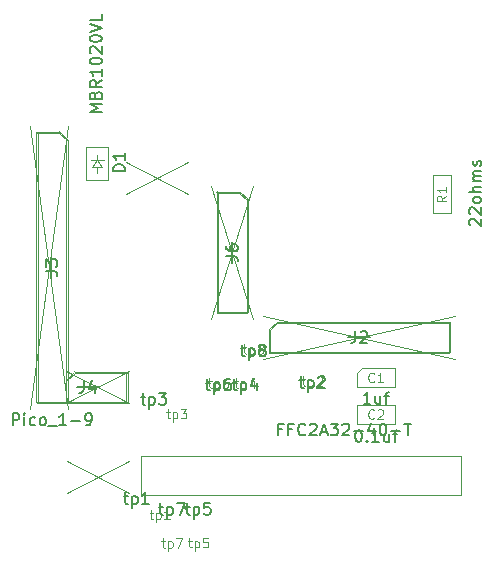
<source format=gbr>
%TF.GenerationSoftware,KiCad,Pcbnew,9.0.0*%
%TF.CreationDate,2025-04-29T11:42:51+01:00*%
%TF.ProjectId,uPicomac,75506963-6f6d-4616-932e-6b696361645f,rev?*%
%TF.SameCoordinates,Original*%
%TF.FileFunction,AssemblyDrawing,Top*%
%FSLAX46Y46*%
G04 Gerber Fmt 4.6, Leading zero omitted, Abs format (unit mm)*
G04 Created by KiCad (PCBNEW 9.0.0) date 2025-04-29 11:42:51*
%MOMM*%
%LPD*%
G01*
G04 APERTURE LIST*
%ADD10C,0.125000*%
%ADD11C,0.150000*%
%ADD12C,0.120000*%
%ADD13C,0.100000*%
%ADD14C,0.200000*%
G04 APERTURE END LIST*
D10*
X112004761Y-84172196D02*
X112309523Y-84172196D01*
X112119047Y-83905530D02*
X112119047Y-84591244D01*
X112119047Y-84591244D02*
X112157142Y-84667435D01*
X112157142Y-84667435D02*
X112233332Y-84705530D01*
X112233332Y-84705530D02*
X112309523Y-84705530D01*
X112576190Y-84172196D02*
X112576190Y-84972196D01*
X112576190Y-84210292D02*
X112652380Y-84172196D01*
X112652380Y-84172196D02*
X112804761Y-84172196D01*
X112804761Y-84172196D02*
X112880952Y-84210292D01*
X112880952Y-84210292D02*
X112919047Y-84248387D01*
X112919047Y-84248387D02*
X112957142Y-84324577D01*
X112957142Y-84324577D02*
X112957142Y-84553149D01*
X112957142Y-84553149D02*
X112919047Y-84629339D01*
X112919047Y-84629339D02*
X112880952Y-84667435D01*
X112880952Y-84667435D02*
X112804761Y-84705530D01*
X112804761Y-84705530D02*
X112652380Y-84705530D01*
X112652380Y-84705530D02*
X112576190Y-84667435D01*
X113223809Y-83905530D02*
X113757143Y-83905530D01*
X113757143Y-83905530D02*
X113414285Y-84705530D01*
D11*
X111780952Y-81258152D02*
X112161904Y-81258152D01*
X111923809Y-80924819D02*
X111923809Y-81781961D01*
X111923809Y-81781961D02*
X111971428Y-81877200D01*
X111971428Y-81877200D02*
X112066666Y-81924819D01*
X112066666Y-81924819D02*
X112161904Y-81924819D01*
X112495238Y-81258152D02*
X112495238Y-82258152D01*
X112495238Y-81305771D02*
X112590476Y-81258152D01*
X112590476Y-81258152D02*
X112780952Y-81258152D01*
X112780952Y-81258152D02*
X112876190Y-81305771D01*
X112876190Y-81305771D02*
X112923809Y-81353390D01*
X112923809Y-81353390D02*
X112971428Y-81448628D01*
X112971428Y-81448628D02*
X112971428Y-81734342D01*
X112971428Y-81734342D02*
X112923809Y-81829580D01*
X112923809Y-81829580D02*
X112876190Y-81877200D01*
X112876190Y-81877200D02*
X112780952Y-81924819D01*
X112780952Y-81924819D02*
X112590476Y-81924819D01*
X112590476Y-81924819D02*
X112495238Y-81877200D01*
X113304762Y-80924819D02*
X113971428Y-80924819D01*
X113971428Y-80924819D02*
X113542857Y-81924819D01*
D10*
X112404761Y-73230261D02*
X112709523Y-73230261D01*
X112519047Y-72963595D02*
X112519047Y-73649309D01*
X112519047Y-73649309D02*
X112557142Y-73725500D01*
X112557142Y-73725500D02*
X112633332Y-73763595D01*
X112633332Y-73763595D02*
X112709523Y-73763595D01*
X112976190Y-73230261D02*
X112976190Y-74030261D01*
X112976190Y-73268357D02*
X113052380Y-73230261D01*
X113052380Y-73230261D02*
X113204761Y-73230261D01*
X113204761Y-73230261D02*
X113280952Y-73268357D01*
X113280952Y-73268357D02*
X113319047Y-73306452D01*
X113319047Y-73306452D02*
X113357142Y-73382642D01*
X113357142Y-73382642D02*
X113357142Y-73611214D01*
X113357142Y-73611214D02*
X113319047Y-73687404D01*
X113319047Y-73687404D02*
X113280952Y-73725500D01*
X113280952Y-73725500D02*
X113204761Y-73763595D01*
X113204761Y-73763595D02*
X113052380Y-73763595D01*
X113052380Y-73763595D02*
X112976190Y-73725500D01*
X113623809Y-72963595D02*
X114119047Y-72963595D01*
X114119047Y-72963595D02*
X113852381Y-73268357D01*
X113852381Y-73268357D02*
X113966666Y-73268357D01*
X113966666Y-73268357D02*
X114042857Y-73306452D01*
X114042857Y-73306452D02*
X114080952Y-73344547D01*
X114080952Y-73344547D02*
X114119047Y-73420738D01*
X114119047Y-73420738D02*
X114119047Y-73611214D01*
X114119047Y-73611214D02*
X114080952Y-73687404D01*
X114080952Y-73687404D02*
X114042857Y-73725500D01*
X114042857Y-73725500D02*
X113966666Y-73763595D01*
X113966666Y-73763595D02*
X113738095Y-73763595D01*
X113738095Y-73763595D02*
X113661904Y-73725500D01*
X113661904Y-73725500D02*
X113623809Y-73687404D01*
D11*
X110264225Y-71925498D02*
X110645177Y-71925498D01*
X110407082Y-71592165D02*
X110407082Y-72449307D01*
X110407082Y-72449307D02*
X110454701Y-72544546D01*
X110454701Y-72544546D02*
X110549939Y-72592165D01*
X110549939Y-72592165D02*
X110645177Y-72592165D01*
X110978511Y-71925498D02*
X110978511Y-72925498D01*
X110978511Y-71973117D02*
X111073749Y-71925498D01*
X111073749Y-71925498D02*
X111264225Y-71925498D01*
X111264225Y-71925498D02*
X111359463Y-71973117D01*
X111359463Y-71973117D02*
X111407082Y-72020736D01*
X111407082Y-72020736D02*
X111454701Y-72115974D01*
X111454701Y-72115974D02*
X111454701Y-72401688D01*
X111454701Y-72401688D02*
X111407082Y-72496926D01*
X111407082Y-72496926D02*
X111359463Y-72544546D01*
X111359463Y-72544546D02*
X111264225Y-72592165D01*
X111264225Y-72592165D02*
X111073749Y-72592165D01*
X111073749Y-72592165D02*
X110978511Y-72544546D01*
X111788035Y-71592165D02*
X112407082Y-71592165D01*
X112407082Y-71592165D02*
X112073749Y-71973117D01*
X112073749Y-71973117D02*
X112216606Y-71973117D01*
X112216606Y-71973117D02*
X112311844Y-72020736D01*
X112311844Y-72020736D02*
X112359463Y-72068355D01*
X112359463Y-72068355D02*
X112407082Y-72163593D01*
X112407082Y-72163593D02*
X112407082Y-72401688D01*
X112407082Y-72401688D02*
X112359463Y-72496926D01*
X112359463Y-72496926D02*
X112311844Y-72544546D01*
X112311844Y-72544546D02*
X112216606Y-72592165D01*
X112216606Y-72592165D02*
X111930892Y-72592165D01*
X111930892Y-72592165D02*
X111835654Y-72544546D01*
X111835654Y-72544546D02*
X111788035Y-72496926D01*
D10*
X114251491Y-84152359D02*
X114556253Y-84152359D01*
X114365777Y-83885693D02*
X114365777Y-84571407D01*
X114365777Y-84571407D02*
X114403872Y-84647598D01*
X114403872Y-84647598D02*
X114480062Y-84685693D01*
X114480062Y-84685693D02*
X114556253Y-84685693D01*
X114822920Y-84152359D02*
X114822920Y-84952359D01*
X114822920Y-84190455D02*
X114899110Y-84152359D01*
X114899110Y-84152359D02*
X115051491Y-84152359D01*
X115051491Y-84152359D02*
X115127682Y-84190455D01*
X115127682Y-84190455D02*
X115165777Y-84228550D01*
X115165777Y-84228550D02*
X115203872Y-84304740D01*
X115203872Y-84304740D02*
X115203872Y-84533312D01*
X115203872Y-84533312D02*
X115165777Y-84609502D01*
X115165777Y-84609502D02*
X115127682Y-84647598D01*
X115127682Y-84647598D02*
X115051491Y-84685693D01*
X115051491Y-84685693D02*
X114899110Y-84685693D01*
X114899110Y-84685693D02*
X114822920Y-84647598D01*
X115927682Y-83885693D02*
X115546730Y-83885693D01*
X115546730Y-83885693D02*
X115508634Y-84266645D01*
X115508634Y-84266645D02*
X115546730Y-84228550D01*
X115546730Y-84228550D02*
X115622920Y-84190455D01*
X115622920Y-84190455D02*
X115813396Y-84190455D01*
X115813396Y-84190455D02*
X115889587Y-84228550D01*
X115889587Y-84228550D02*
X115927682Y-84266645D01*
X115927682Y-84266645D02*
X115965777Y-84342836D01*
X115965777Y-84342836D02*
X115965777Y-84533312D01*
X115965777Y-84533312D02*
X115927682Y-84609502D01*
X115927682Y-84609502D02*
X115889587Y-84647598D01*
X115889587Y-84647598D02*
X115813396Y-84685693D01*
X115813396Y-84685693D02*
X115622920Y-84685693D01*
X115622920Y-84685693D02*
X115546730Y-84647598D01*
X115546730Y-84647598D02*
X115508634Y-84609502D01*
D11*
X114027682Y-81238315D02*
X114408634Y-81238315D01*
X114170539Y-80904982D02*
X114170539Y-81762124D01*
X114170539Y-81762124D02*
X114218158Y-81857363D01*
X114218158Y-81857363D02*
X114313396Y-81904982D01*
X114313396Y-81904982D02*
X114408634Y-81904982D01*
X114741968Y-81238315D02*
X114741968Y-82238315D01*
X114741968Y-81285934D02*
X114837206Y-81238315D01*
X114837206Y-81238315D02*
X115027682Y-81238315D01*
X115027682Y-81238315D02*
X115122920Y-81285934D01*
X115122920Y-81285934D02*
X115170539Y-81333553D01*
X115170539Y-81333553D02*
X115218158Y-81428791D01*
X115218158Y-81428791D02*
X115218158Y-81714505D01*
X115218158Y-81714505D02*
X115170539Y-81809743D01*
X115170539Y-81809743D02*
X115122920Y-81857363D01*
X115122920Y-81857363D02*
X115027682Y-81904982D01*
X115027682Y-81904982D02*
X114837206Y-81904982D01*
X114837206Y-81904982D02*
X114741968Y-81857363D01*
X116122920Y-80904982D02*
X115646730Y-80904982D01*
X115646730Y-80904982D02*
X115599111Y-81381172D01*
X115599111Y-81381172D02*
X115646730Y-81333553D01*
X115646730Y-81333553D02*
X115741968Y-81285934D01*
X115741968Y-81285934D02*
X115980063Y-81285934D01*
X115980063Y-81285934D02*
X116075301Y-81333553D01*
X116075301Y-81333553D02*
X116122920Y-81381172D01*
X116122920Y-81381172D02*
X116170539Y-81476410D01*
X116170539Y-81476410D02*
X116170539Y-81714505D01*
X116170539Y-81714505D02*
X116122920Y-81809743D01*
X116122920Y-81809743D02*
X116075301Y-81857363D01*
X116075301Y-81857363D02*
X115980063Y-81904982D01*
X115980063Y-81904982D02*
X115741968Y-81904982D01*
X115741968Y-81904982D02*
X115646730Y-81857363D01*
X115646730Y-81857363D02*
X115599111Y-81809743D01*
D10*
X118895418Y-67745838D02*
X119200180Y-67745838D01*
X119009704Y-67479172D02*
X119009704Y-68164886D01*
X119009704Y-68164886D02*
X119047799Y-68241077D01*
X119047799Y-68241077D02*
X119123989Y-68279172D01*
X119123989Y-68279172D02*
X119200180Y-68279172D01*
X119466847Y-67745838D02*
X119466847Y-68545838D01*
X119466847Y-67783934D02*
X119543037Y-67745838D01*
X119543037Y-67745838D02*
X119695418Y-67745838D01*
X119695418Y-67745838D02*
X119771609Y-67783934D01*
X119771609Y-67783934D02*
X119809704Y-67822029D01*
X119809704Y-67822029D02*
X119847799Y-67898219D01*
X119847799Y-67898219D02*
X119847799Y-68126791D01*
X119847799Y-68126791D02*
X119809704Y-68202981D01*
X119809704Y-68202981D02*
X119771609Y-68241077D01*
X119771609Y-68241077D02*
X119695418Y-68279172D01*
X119695418Y-68279172D02*
X119543037Y-68279172D01*
X119543037Y-68279172D02*
X119466847Y-68241077D01*
X120304942Y-67822029D02*
X120228752Y-67783934D01*
X120228752Y-67783934D02*
X120190657Y-67745838D01*
X120190657Y-67745838D02*
X120152561Y-67669648D01*
X120152561Y-67669648D02*
X120152561Y-67631553D01*
X120152561Y-67631553D02*
X120190657Y-67555362D01*
X120190657Y-67555362D02*
X120228752Y-67517267D01*
X120228752Y-67517267D02*
X120304942Y-67479172D01*
X120304942Y-67479172D02*
X120457323Y-67479172D01*
X120457323Y-67479172D02*
X120533514Y-67517267D01*
X120533514Y-67517267D02*
X120571609Y-67555362D01*
X120571609Y-67555362D02*
X120609704Y-67631553D01*
X120609704Y-67631553D02*
X120609704Y-67669648D01*
X120609704Y-67669648D02*
X120571609Y-67745838D01*
X120571609Y-67745838D02*
X120533514Y-67783934D01*
X120533514Y-67783934D02*
X120457323Y-67822029D01*
X120457323Y-67822029D02*
X120304942Y-67822029D01*
X120304942Y-67822029D02*
X120228752Y-67860124D01*
X120228752Y-67860124D02*
X120190657Y-67898219D01*
X120190657Y-67898219D02*
X120152561Y-67974410D01*
X120152561Y-67974410D02*
X120152561Y-68126791D01*
X120152561Y-68126791D02*
X120190657Y-68202981D01*
X120190657Y-68202981D02*
X120228752Y-68241077D01*
X120228752Y-68241077D02*
X120304942Y-68279172D01*
X120304942Y-68279172D02*
X120457323Y-68279172D01*
X120457323Y-68279172D02*
X120533514Y-68241077D01*
X120533514Y-68241077D02*
X120571609Y-68202981D01*
X120571609Y-68202981D02*
X120609704Y-68126791D01*
X120609704Y-68126791D02*
X120609704Y-67974410D01*
X120609704Y-67974410D02*
X120571609Y-67898219D01*
X120571609Y-67898219D02*
X120533514Y-67860124D01*
X120533514Y-67860124D02*
X120457323Y-67822029D01*
D11*
X118703474Y-67838897D02*
X119084426Y-67838897D01*
X118846331Y-67505564D02*
X118846331Y-68362706D01*
X118846331Y-68362706D02*
X118893950Y-68457945D01*
X118893950Y-68457945D02*
X118989188Y-68505564D01*
X118989188Y-68505564D02*
X119084426Y-68505564D01*
X119417760Y-67838897D02*
X119417760Y-68838897D01*
X119417760Y-67886516D02*
X119512998Y-67838897D01*
X119512998Y-67838897D02*
X119703474Y-67838897D01*
X119703474Y-67838897D02*
X119798712Y-67886516D01*
X119798712Y-67886516D02*
X119846331Y-67934135D01*
X119846331Y-67934135D02*
X119893950Y-68029373D01*
X119893950Y-68029373D02*
X119893950Y-68315087D01*
X119893950Y-68315087D02*
X119846331Y-68410325D01*
X119846331Y-68410325D02*
X119798712Y-68457945D01*
X119798712Y-68457945D02*
X119703474Y-68505564D01*
X119703474Y-68505564D02*
X119512998Y-68505564D01*
X119512998Y-68505564D02*
X119417760Y-68457945D01*
X120465379Y-67934135D02*
X120370141Y-67886516D01*
X120370141Y-67886516D02*
X120322522Y-67838897D01*
X120322522Y-67838897D02*
X120274903Y-67743659D01*
X120274903Y-67743659D02*
X120274903Y-67696040D01*
X120274903Y-67696040D02*
X120322522Y-67600802D01*
X120322522Y-67600802D02*
X120370141Y-67553183D01*
X120370141Y-67553183D02*
X120465379Y-67505564D01*
X120465379Y-67505564D02*
X120655855Y-67505564D01*
X120655855Y-67505564D02*
X120751093Y-67553183D01*
X120751093Y-67553183D02*
X120798712Y-67600802D01*
X120798712Y-67600802D02*
X120846331Y-67696040D01*
X120846331Y-67696040D02*
X120846331Y-67743659D01*
X120846331Y-67743659D02*
X120798712Y-67838897D01*
X120798712Y-67838897D02*
X120751093Y-67886516D01*
X120751093Y-67886516D02*
X120655855Y-67934135D01*
X120655855Y-67934135D02*
X120465379Y-67934135D01*
X120465379Y-67934135D02*
X120370141Y-67981754D01*
X120370141Y-67981754D02*
X120322522Y-68029373D01*
X120322522Y-68029373D02*
X120274903Y-68124611D01*
X120274903Y-68124611D02*
X120274903Y-68315087D01*
X120274903Y-68315087D02*
X120322522Y-68410325D01*
X120322522Y-68410325D02*
X120370141Y-68457945D01*
X120370141Y-68457945D02*
X120465379Y-68505564D01*
X120465379Y-68505564D02*
X120655855Y-68505564D01*
X120655855Y-68505564D02*
X120751093Y-68457945D01*
X120751093Y-68457945D02*
X120798712Y-68410325D01*
X120798712Y-68410325D02*
X120846331Y-68315087D01*
X120846331Y-68315087D02*
X120846331Y-68124611D01*
X120846331Y-68124611D02*
X120798712Y-68029373D01*
X120798712Y-68029373D02*
X120751093Y-67981754D01*
X120751093Y-67981754D02*
X120655855Y-67934135D01*
D10*
X115953266Y-70630261D02*
X116258028Y-70630261D01*
X116067552Y-70363595D02*
X116067552Y-71049309D01*
X116067552Y-71049309D02*
X116105647Y-71125500D01*
X116105647Y-71125500D02*
X116181837Y-71163595D01*
X116181837Y-71163595D02*
X116258028Y-71163595D01*
X116524695Y-70630261D02*
X116524695Y-71430261D01*
X116524695Y-70668357D02*
X116600885Y-70630261D01*
X116600885Y-70630261D02*
X116753266Y-70630261D01*
X116753266Y-70630261D02*
X116829457Y-70668357D01*
X116829457Y-70668357D02*
X116867552Y-70706452D01*
X116867552Y-70706452D02*
X116905647Y-70782642D01*
X116905647Y-70782642D02*
X116905647Y-71011214D01*
X116905647Y-71011214D02*
X116867552Y-71087404D01*
X116867552Y-71087404D02*
X116829457Y-71125500D01*
X116829457Y-71125500D02*
X116753266Y-71163595D01*
X116753266Y-71163595D02*
X116600885Y-71163595D01*
X116600885Y-71163595D02*
X116524695Y-71125500D01*
X117591362Y-70363595D02*
X117438981Y-70363595D01*
X117438981Y-70363595D02*
X117362790Y-70401690D01*
X117362790Y-70401690D02*
X117324695Y-70439785D01*
X117324695Y-70439785D02*
X117248505Y-70554071D01*
X117248505Y-70554071D02*
X117210409Y-70706452D01*
X117210409Y-70706452D02*
X117210409Y-71011214D01*
X117210409Y-71011214D02*
X117248505Y-71087404D01*
X117248505Y-71087404D02*
X117286600Y-71125500D01*
X117286600Y-71125500D02*
X117362790Y-71163595D01*
X117362790Y-71163595D02*
X117515171Y-71163595D01*
X117515171Y-71163595D02*
X117591362Y-71125500D01*
X117591362Y-71125500D02*
X117629457Y-71087404D01*
X117629457Y-71087404D02*
X117667552Y-71011214D01*
X117667552Y-71011214D02*
X117667552Y-70820738D01*
X117667552Y-70820738D02*
X117629457Y-70744547D01*
X117629457Y-70744547D02*
X117591362Y-70706452D01*
X117591362Y-70706452D02*
X117515171Y-70668357D01*
X117515171Y-70668357D02*
X117362790Y-70668357D01*
X117362790Y-70668357D02*
X117286600Y-70706452D01*
X117286600Y-70706452D02*
X117248505Y-70744547D01*
X117248505Y-70744547D02*
X117210409Y-70820738D01*
D11*
X115761322Y-70723320D02*
X116142274Y-70723320D01*
X115904179Y-70389987D02*
X115904179Y-71247129D01*
X115904179Y-71247129D02*
X115951798Y-71342368D01*
X115951798Y-71342368D02*
X116047036Y-71389987D01*
X116047036Y-71389987D02*
X116142274Y-71389987D01*
X116475608Y-70723320D02*
X116475608Y-71723320D01*
X116475608Y-70770939D02*
X116570846Y-70723320D01*
X116570846Y-70723320D02*
X116761322Y-70723320D01*
X116761322Y-70723320D02*
X116856560Y-70770939D01*
X116856560Y-70770939D02*
X116904179Y-70818558D01*
X116904179Y-70818558D02*
X116951798Y-70913796D01*
X116951798Y-70913796D02*
X116951798Y-71199510D01*
X116951798Y-71199510D02*
X116904179Y-71294748D01*
X116904179Y-71294748D02*
X116856560Y-71342368D01*
X116856560Y-71342368D02*
X116761322Y-71389987D01*
X116761322Y-71389987D02*
X116570846Y-71389987D01*
X116570846Y-71389987D02*
X116475608Y-71342368D01*
X117808941Y-70389987D02*
X117618465Y-70389987D01*
X117618465Y-70389987D02*
X117523227Y-70437606D01*
X117523227Y-70437606D02*
X117475608Y-70485225D01*
X117475608Y-70485225D02*
X117380370Y-70628082D01*
X117380370Y-70628082D02*
X117332751Y-70818558D01*
X117332751Y-70818558D02*
X117332751Y-71199510D01*
X117332751Y-71199510D02*
X117380370Y-71294748D01*
X117380370Y-71294748D02*
X117427989Y-71342368D01*
X117427989Y-71342368D02*
X117523227Y-71389987D01*
X117523227Y-71389987D02*
X117713703Y-71389987D01*
X117713703Y-71389987D02*
X117808941Y-71342368D01*
X117808941Y-71342368D02*
X117856560Y-71294748D01*
X117856560Y-71294748D02*
X117904179Y-71199510D01*
X117904179Y-71199510D02*
X117904179Y-70961415D01*
X117904179Y-70961415D02*
X117856560Y-70866177D01*
X117856560Y-70866177D02*
X117808941Y-70818558D01*
X117808941Y-70818558D02*
X117713703Y-70770939D01*
X117713703Y-70770939D02*
X117523227Y-70770939D01*
X117523227Y-70770939D02*
X117427989Y-70818558D01*
X117427989Y-70818558D02*
X117380370Y-70866177D01*
X117380370Y-70866177D02*
X117332751Y-70961415D01*
D10*
X123884083Y-70446885D02*
X124188845Y-70446885D01*
X123998369Y-70180219D02*
X123998369Y-70865933D01*
X123998369Y-70865933D02*
X124036464Y-70942124D01*
X124036464Y-70942124D02*
X124112654Y-70980219D01*
X124112654Y-70980219D02*
X124188845Y-70980219D01*
X124455512Y-70446885D02*
X124455512Y-71246885D01*
X124455512Y-70484981D02*
X124531702Y-70446885D01*
X124531702Y-70446885D02*
X124684083Y-70446885D01*
X124684083Y-70446885D02*
X124760274Y-70484981D01*
X124760274Y-70484981D02*
X124798369Y-70523076D01*
X124798369Y-70523076D02*
X124836464Y-70599266D01*
X124836464Y-70599266D02*
X124836464Y-70827838D01*
X124836464Y-70827838D02*
X124798369Y-70904028D01*
X124798369Y-70904028D02*
X124760274Y-70942124D01*
X124760274Y-70942124D02*
X124684083Y-70980219D01*
X124684083Y-70980219D02*
X124531702Y-70980219D01*
X124531702Y-70980219D02*
X124455512Y-70942124D01*
X125141226Y-70256409D02*
X125179322Y-70218314D01*
X125179322Y-70218314D02*
X125255512Y-70180219D01*
X125255512Y-70180219D02*
X125445988Y-70180219D01*
X125445988Y-70180219D02*
X125522179Y-70218314D01*
X125522179Y-70218314D02*
X125560274Y-70256409D01*
X125560274Y-70256409D02*
X125598369Y-70332600D01*
X125598369Y-70332600D02*
X125598369Y-70408790D01*
X125598369Y-70408790D02*
X125560274Y-70523076D01*
X125560274Y-70523076D02*
X125103131Y-70980219D01*
X125103131Y-70980219D02*
X125598369Y-70980219D01*
D11*
X123692139Y-70539944D02*
X124073091Y-70539944D01*
X123834996Y-70206611D02*
X123834996Y-71063753D01*
X123834996Y-71063753D02*
X123882615Y-71158992D01*
X123882615Y-71158992D02*
X123977853Y-71206611D01*
X123977853Y-71206611D02*
X124073091Y-71206611D01*
X124406425Y-70539944D02*
X124406425Y-71539944D01*
X124406425Y-70587563D02*
X124501663Y-70539944D01*
X124501663Y-70539944D02*
X124692139Y-70539944D01*
X124692139Y-70539944D02*
X124787377Y-70587563D01*
X124787377Y-70587563D02*
X124834996Y-70635182D01*
X124834996Y-70635182D02*
X124882615Y-70730420D01*
X124882615Y-70730420D02*
X124882615Y-71016134D01*
X124882615Y-71016134D02*
X124834996Y-71111372D01*
X124834996Y-71111372D02*
X124787377Y-71158992D01*
X124787377Y-71158992D02*
X124692139Y-71206611D01*
X124692139Y-71206611D02*
X124501663Y-71206611D01*
X124501663Y-71206611D02*
X124406425Y-71158992D01*
X125263568Y-70301849D02*
X125311187Y-70254230D01*
X125311187Y-70254230D02*
X125406425Y-70206611D01*
X125406425Y-70206611D02*
X125644520Y-70206611D01*
X125644520Y-70206611D02*
X125739758Y-70254230D01*
X125739758Y-70254230D02*
X125787377Y-70301849D01*
X125787377Y-70301849D02*
X125834996Y-70397087D01*
X125834996Y-70397087D02*
X125834996Y-70492325D01*
X125834996Y-70492325D02*
X125787377Y-70635182D01*
X125787377Y-70635182D02*
X125215949Y-71206611D01*
X125215949Y-71206611D02*
X125834996Y-71206611D01*
D10*
X111004761Y-81744338D02*
X111309523Y-81744338D01*
X111119047Y-81477672D02*
X111119047Y-82163386D01*
X111119047Y-82163386D02*
X111157142Y-82239577D01*
X111157142Y-82239577D02*
X111233332Y-82277672D01*
X111233332Y-82277672D02*
X111309523Y-82277672D01*
X111576190Y-81744338D02*
X111576190Y-82544338D01*
X111576190Y-81782434D02*
X111652380Y-81744338D01*
X111652380Y-81744338D02*
X111804761Y-81744338D01*
X111804761Y-81744338D02*
X111880952Y-81782434D01*
X111880952Y-81782434D02*
X111919047Y-81820529D01*
X111919047Y-81820529D02*
X111957142Y-81896719D01*
X111957142Y-81896719D02*
X111957142Y-82125291D01*
X111957142Y-82125291D02*
X111919047Y-82201481D01*
X111919047Y-82201481D02*
X111880952Y-82239577D01*
X111880952Y-82239577D02*
X111804761Y-82277672D01*
X111804761Y-82277672D02*
X111652380Y-82277672D01*
X111652380Y-82277672D02*
X111576190Y-82239577D01*
X112719047Y-82277672D02*
X112261904Y-82277672D01*
X112490476Y-82277672D02*
X112490476Y-81477672D01*
X112490476Y-81477672D02*
X112414285Y-81591957D01*
X112414285Y-81591957D02*
X112338095Y-81668148D01*
X112338095Y-81668148D02*
X112261904Y-81706243D01*
D11*
X108794608Y-80350769D02*
X109175560Y-80350769D01*
X108937465Y-80017436D02*
X108937465Y-80874578D01*
X108937465Y-80874578D02*
X108985084Y-80969817D01*
X108985084Y-80969817D02*
X109080322Y-81017436D01*
X109080322Y-81017436D02*
X109175560Y-81017436D01*
X109508894Y-80350769D02*
X109508894Y-81350769D01*
X109508894Y-80398388D02*
X109604132Y-80350769D01*
X109604132Y-80350769D02*
X109794608Y-80350769D01*
X109794608Y-80350769D02*
X109889846Y-80398388D01*
X109889846Y-80398388D02*
X109937465Y-80446007D01*
X109937465Y-80446007D02*
X109985084Y-80541245D01*
X109985084Y-80541245D02*
X109985084Y-80826959D01*
X109985084Y-80826959D02*
X109937465Y-80922197D01*
X109937465Y-80922197D02*
X109889846Y-80969817D01*
X109889846Y-80969817D02*
X109794608Y-81017436D01*
X109794608Y-81017436D02*
X109604132Y-81017436D01*
X109604132Y-81017436D02*
X109508894Y-80969817D01*
X110937465Y-81017436D02*
X110366037Y-81017436D01*
X110651751Y-81017436D02*
X110651751Y-80017436D01*
X110651751Y-80017436D02*
X110556513Y-80160293D01*
X110556513Y-80160293D02*
X110461275Y-80255531D01*
X110461275Y-80255531D02*
X110366037Y-80303150D01*
D10*
X118204761Y-70630261D02*
X118509523Y-70630261D01*
X118319047Y-70363595D02*
X118319047Y-71049309D01*
X118319047Y-71049309D02*
X118357142Y-71125500D01*
X118357142Y-71125500D02*
X118433332Y-71163595D01*
X118433332Y-71163595D02*
X118509523Y-71163595D01*
X118776190Y-70630261D02*
X118776190Y-71430261D01*
X118776190Y-70668357D02*
X118852380Y-70630261D01*
X118852380Y-70630261D02*
X119004761Y-70630261D01*
X119004761Y-70630261D02*
X119080952Y-70668357D01*
X119080952Y-70668357D02*
X119119047Y-70706452D01*
X119119047Y-70706452D02*
X119157142Y-70782642D01*
X119157142Y-70782642D02*
X119157142Y-71011214D01*
X119157142Y-71011214D02*
X119119047Y-71087404D01*
X119119047Y-71087404D02*
X119080952Y-71125500D01*
X119080952Y-71125500D02*
X119004761Y-71163595D01*
X119004761Y-71163595D02*
X118852380Y-71163595D01*
X118852380Y-71163595D02*
X118776190Y-71125500D01*
X119842857Y-70630261D02*
X119842857Y-71163595D01*
X119652381Y-70325500D02*
X119461904Y-70896928D01*
X119461904Y-70896928D02*
X119957143Y-70896928D01*
D11*
X118012817Y-70723320D02*
X118393769Y-70723320D01*
X118155674Y-70389987D02*
X118155674Y-71247129D01*
X118155674Y-71247129D02*
X118203293Y-71342368D01*
X118203293Y-71342368D02*
X118298531Y-71389987D01*
X118298531Y-71389987D02*
X118393769Y-71389987D01*
X118727103Y-70723320D02*
X118727103Y-71723320D01*
X118727103Y-70770939D02*
X118822341Y-70723320D01*
X118822341Y-70723320D02*
X119012817Y-70723320D01*
X119012817Y-70723320D02*
X119108055Y-70770939D01*
X119108055Y-70770939D02*
X119155674Y-70818558D01*
X119155674Y-70818558D02*
X119203293Y-70913796D01*
X119203293Y-70913796D02*
X119203293Y-71199510D01*
X119203293Y-71199510D02*
X119155674Y-71294748D01*
X119155674Y-71294748D02*
X119108055Y-71342368D01*
X119108055Y-71342368D02*
X119012817Y-71389987D01*
X119012817Y-71389987D02*
X118822341Y-71389987D01*
X118822341Y-71389987D02*
X118727103Y-71342368D01*
X120060436Y-70723320D02*
X120060436Y-71389987D01*
X119822341Y-70342368D02*
X119584246Y-71056653D01*
X119584246Y-71056653D02*
X120203293Y-71056653D01*
X105446666Y-70585368D02*
X105446666Y-71299653D01*
X105446666Y-71299653D02*
X105399047Y-71442510D01*
X105399047Y-71442510D02*
X105303809Y-71537749D01*
X105303809Y-71537749D02*
X105160952Y-71585368D01*
X105160952Y-71585368D02*
X105065714Y-71585368D01*
X106351428Y-70918701D02*
X106351428Y-71585368D01*
X106113333Y-70537749D02*
X105875238Y-71252034D01*
X105875238Y-71252034D02*
X106494285Y-71252034D01*
X104846423Y-71061653D02*
X106713576Y-71061653D01*
X129690897Y-72530422D02*
X129119469Y-72530422D01*
X129405183Y-72530422D02*
X129405183Y-71530422D01*
X129405183Y-71530422D02*
X129309945Y-71673279D01*
X129309945Y-71673279D02*
X129214707Y-71768517D01*
X129214707Y-71768517D02*
X129119469Y-71816136D01*
X130548040Y-71863755D02*
X130548040Y-72530422D01*
X130119469Y-71863755D02*
X130119469Y-72387564D01*
X130119469Y-72387564D02*
X130167088Y-72482803D01*
X130167088Y-72482803D02*
X130262326Y-72530422D01*
X130262326Y-72530422D02*
X130405183Y-72530422D01*
X130405183Y-72530422D02*
X130500421Y-72482803D01*
X130500421Y-72482803D02*
X130548040Y-72435183D01*
X130881374Y-71863755D02*
X131262326Y-71863755D01*
X131024231Y-72530422D02*
X131024231Y-71673279D01*
X131024231Y-71673279D02*
X131071850Y-71578041D01*
X131071850Y-71578041D02*
X131167088Y-71530422D01*
X131167088Y-71530422D02*
X131262326Y-71530422D01*
D12*
X130009946Y-70613267D02*
X129971850Y-70651363D01*
X129971850Y-70651363D02*
X129857565Y-70689458D01*
X129857565Y-70689458D02*
X129781374Y-70689458D01*
X129781374Y-70689458D02*
X129667088Y-70651363D01*
X129667088Y-70651363D02*
X129590898Y-70575172D01*
X129590898Y-70575172D02*
X129552803Y-70498982D01*
X129552803Y-70498982D02*
X129514707Y-70346601D01*
X129514707Y-70346601D02*
X129514707Y-70232315D01*
X129514707Y-70232315D02*
X129552803Y-70079934D01*
X129552803Y-70079934D02*
X129590898Y-70003743D01*
X129590898Y-70003743D02*
X129667088Y-69927553D01*
X129667088Y-69927553D02*
X129781374Y-69889458D01*
X129781374Y-69889458D02*
X129857565Y-69889458D01*
X129857565Y-69889458D02*
X129971850Y-69927553D01*
X129971850Y-69927553D02*
X130009946Y-69965648D01*
X130771850Y-70689458D02*
X130314707Y-70689458D01*
X130543279Y-70689458D02*
X130543279Y-69889458D01*
X130543279Y-69889458D02*
X130467088Y-70003743D01*
X130467088Y-70003743D02*
X130390898Y-70079934D01*
X130390898Y-70079934D02*
X130314707Y-70118029D01*
D11*
X117459819Y-60033333D02*
X118174104Y-60033333D01*
X118174104Y-60033333D02*
X118316961Y-60080952D01*
X118316961Y-60080952D02*
X118412200Y-60176190D01*
X118412200Y-60176190D02*
X118459819Y-60319047D01*
X118459819Y-60319047D02*
X118459819Y-60414285D01*
X117459819Y-59128571D02*
X117459819Y-59319047D01*
X117459819Y-59319047D02*
X117507438Y-59414285D01*
X117507438Y-59414285D02*
X117555057Y-59461904D01*
X117555057Y-59461904D02*
X117697914Y-59557142D01*
X117697914Y-59557142D02*
X117888390Y-59604761D01*
X117888390Y-59604761D02*
X118269342Y-59604761D01*
X118269342Y-59604761D02*
X118364580Y-59557142D01*
X118364580Y-59557142D02*
X118412200Y-59509523D01*
X118412200Y-59509523D02*
X118459819Y-59414285D01*
X118459819Y-59414285D02*
X118459819Y-59223809D01*
X118459819Y-59223809D02*
X118412200Y-59128571D01*
X118412200Y-59128571D02*
X118364580Y-59080952D01*
X118364580Y-59080952D02*
X118269342Y-59033333D01*
X118269342Y-59033333D02*
X118031247Y-59033333D01*
X118031247Y-59033333D02*
X117936009Y-59080952D01*
X117936009Y-59080952D02*
X117888390Y-59128571D01*
X117888390Y-59128571D02*
X117840771Y-59223809D01*
X117840771Y-59223809D02*
X117840771Y-59414285D01*
X117840771Y-59414285D02*
X117888390Y-59509523D01*
X117888390Y-59509523D02*
X117936009Y-59557142D01*
X117936009Y-59557142D02*
X118031247Y-59604761D01*
X117959819Y-60633576D02*
X117959819Y-58808333D01*
X128433469Y-66358873D02*
X128433469Y-67073158D01*
X128433469Y-67073158D02*
X128385850Y-67216015D01*
X128385850Y-67216015D02*
X128290612Y-67311254D01*
X128290612Y-67311254D02*
X128147755Y-67358873D01*
X128147755Y-67358873D02*
X128052517Y-67358873D01*
X128862041Y-66454111D02*
X128909660Y-66406492D01*
X128909660Y-66406492D02*
X129004898Y-66358873D01*
X129004898Y-66358873D02*
X129242993Y-66358873D01*
X129242993Y-66358873D02*
X129338231Y-66406492D01*
X129338231Y-66406492D02*
X129385850Y-66454111D01*
X129385850Y-66454111D02*
X129433469Y-66549349D01*
X129433469Y-66549349D02*
X129433469Y-66644587D01*
X129433469Y-66644587D02*
X129385850Y-66787444D01*
X129385850Y-66787444D02*
X128814422Y-67358873D01*
X128814422Y-67358873D02*
X129433469Y-67358873D01*
X127833226Y-66858873D02*
X129658469Y-66858873D01*
X99406667Y-74344819D02*
X99406667Y-73344819D01*
X99406667Y-73344819D02*
X99787619Y-73344819D01*
X99787619Y-73344819D02*
X99882857Y-73392438D01*
X99882857Y-73392438D02*
X99930476Y-73440057D01*
X99930476Y-73440057D02*
X99978095Y-73535295D01*
X99978095Y-73535295D02*
X99978095Y-73678152D01*
X99978095Y-73678152D02*
X99930476Y-73773390D01*
X99930476Y-73773390D02*
X99882857Y-73821009D01*
X99882857Y-73821009D02*
X99787619Y-73868628D01*
X99787619Y-73868628D02*
X99406667Y-73868628D01*
X100406667Y-74344819D02*
X100406667Y-73678152D01*
X100406667Y-73344819D02*
X100359048Y-73392438D01*
X100359048Y-73392438D02*
X100406667Y-73440057D01*
X100406667Y-73440057D02*
X100454286Y-73392438D01*
X100454286Y-73392438D02*
X100406667Y-73344819D01*
X100406667Y-73344819D02*
X100406667Y-73440057D01*
X101311428Y-74297200D02*
X101216190Y-74344819D01*
X101216190Y-74344819D02*
X101025714Y-74344819D01*
X101025714Y-74344819D02*
X100930476Y-74297200D01*
X100930476Y-74297200D02*
X100882857Y-74249580D01*
X100882857Y-74249580D02*
X100835238Y-74154342D01*
X100835238Y-74154342D02*
X100835238Y-73868628D01*
X100835238Y-73868628D02*
X100882857Y-73773390D01*
X100882857Y-73773390D02*
X100930476Y-73725771D01*
X100930476Y-73725771D02*
X101025714Y-73678152D01*
X101025714Y-73678152D02*
X101216190Y-73678152D01*
X101216190Y-73678152D02*
X101311428Y-73725771D01*
X101882857Y-74344819D02*
X101787619Y-74297200D01*
X101787619Y-74297200D02*
X101740000Y-74249580D01*
X101740000Y-74249580D02*
X101692381Y-74154342D01*
X101692381Y-74154342D02*
X101692381Y-73868628D01*
X101692381Y-73868628D02*
X101740000Y-73773390D01*
X101740000Y-73773390D02*
X101787619Y-73725771D01*
X101787619Y-73725771D02*
X101882857Y-73678152D01*
X101882857Y-73678152D02*
X102025714Y-73678152D01*
X102025714Y-73678152D02*
X102120952Y-73725771D01*
X102120952Y-73725771D02*
X102168571Y-73773390D01*
X102168571Y-73773390D02*
X102216190Y-73868628D01*
X102216190Y-73868628D02*
X102216190Y-74154342D01*
X102216190Y-74154342D02*
X102168571Y-74249580D01*
X102168571Y-74249580D02*
X102120952Y-74297200D01*
X102120952Y-74297200D02*
X102025714Y-74344819D01*
X102025714Y-74344819D02*
X101882857Y-74344819D01*
X102406667Y-74440057D02*
X103168571Y-74440057D01*
X103930476Y-74344819D02*
X103359048Y-74344819D01*
X103644762Y-74344819D02*
X103644762Y-73344819D01*
X103644762Y-73344819D02*
X103549524Y-73487676D01*
X103549524Y-73487676D02*
X103454286Y-73582914D01*
X103454286Y-73582914D02*
X103359048Y-73630533D01*
X104359048Y-73963866D02*
X105120953Y-73963866D01*
X105644762Y-74344819D02*
X105835238Y-74344819D01*
X105835238Y-74344819D02*
X105930476Y-74297200D01*
X105930476Y-74297200D02*
X105978095Y-74249580D01*
X105978095Y-74249580D02*
X106073333Y-74106723D01*
X106073333Y-74106723D02*
X106120952Y-73916247D01*
X106120952Y-73916247D02*
X106120952Y-73535295D01*
X106120952Y-73535295D02*
X106073333Y-73440057D01*
X106073333Y-73440057D02*
X106025714Y-73392438D01*
X106025714Y-73392438D02*
X105930476Y-73344819D01*
X105930476Y-73344819D02*
X105740000Y-73344819D01*
X105740000Y-73344819D02*
X105644762Y-73392438D01*
X105644762Y-73392438D02*
X105597143Y-73440057D01*
X105597143Y-73440057D02*
X105549524Y-73535295D01*
X105549524Y-73535295D02*
X105549524Y-73773390D01*
X105549524Y-73773390D02*
X105597143Y-73868628D01*
X105597143Y-73868628D02*
X105644762Y-73916247D01*
X105644762Y-73916247D02*
X105740000Y-73963866D01*
X105740000Y-73963866D02*
X105930476Y-73963866D01*
X105930476Y-73963866D02*
X106025714Y-73916247D01*
X106025714Y-73916247D02*
X106073333Y-73868628D01*
X106073333Y-73868628D02*
X106120952Y-73773390D01*
X102194819Y-61293333D02*
X102909104Y-61293333D01*
X102909104Y-61293333D02*
X103051961Y-61340952D01*
X103051961Y-61340952D02*
X103147200Y-61436190D01*
X103147200Y-61436190D02*
X103194819Y-61579047D01*
X103194819Y-61579047D02*
X103194819Y-61674285D01*
X102194819Y-60912380D02*
X102194819Y-60293333D01*
X102194819Y-60293333D02*
X102575771Y-60626666D01*
X102575771Y-60626666D02*
X102575771Y-60483809D01*
X102575771Y-60483809D02*
X102623390Y-60388571D01*
X102623390Y-60388571D02*
X102671009Y-60340952D01*
X102671009Y-60340952D02*
X102766247Y-60293333D01*
X102766247Y-60293333D02*
X103004342Y-60293333D01*
X103004342Y-60293333D02*
X103099580Y-60340952D01*
X103099580Y-60340952D02*
X103147200Y-60388571D01*
X103147200Y-60388571D02*
X103194819Y-60483809D01*
X103194819Y-60483809D02*
X103194819Y-60769523D01*
X103194819Y-60769523D02*
X103147200Y-60864761D01*
X103147200Y-60864761D02*
X103099580Y-60912380D01*
X102694819Y-61893576D02*
X102694819Y-60068333D01*
X106944819Y-47838841D02*
X105944819Y-47838841D01*
X105944819Y-47838841D02*
X106659104Y-47505508D01*
X106659104Y-47505508D02*
X105944819Y-47172175D01*
X105944819Y-47172175D02*
X106944819Y-47172175D01*
X106421009Y-46362651D02*
X106468628Y-46219794D01*
X106468628Y-46219794D02*
X106516247Y-46172175D01*
X106516247Y-46172175D02*
X106611485Y-46124556D01*
X106611485Y-46124556D02*
X106754342Y-46124556D01*
X106754342Y-46124556D02*
X106849580Y-46172175D01*
X106849580Y-46172175D02*
X106897200Y-46219794D01*
X106897200Y-46219794D02*
X106944819Y-46315032D01*
X106944819Y-46315032D02*
X106944819Y-46695984D01*
X106944819Y-46695984D02*
X105944819Y-46695984D01*
X105944819Y-46695984D02*
X105944819Y-46362651D01*
X105944819Y-46362651D02*
X105992438Y-46267413D01*
X105992438Y-46267413D02*
X106040057Y-46219794D01*
X106040057Y-46219794D02*
X106135295Y-46172175D01*
X106135295Y-46172175D02*
X106230533Y-46172175D01*
X106230533Y-46172175D02*
X106325771Y-46219794D01*
X106325771Y-46219794D02*
X106373390Y-46267413D01*
X106373390Y-46267413D02*
X106421009Y-46362651D01*
X106421009Y-46362651D02*
X106421009Y-46695984D01*
X106944819Y-45124556D02*
X106468628Y-45457889D01*
X106944819Y-45695984D02*
X105944819Y-45695984D01*
X105944819Y-45695984D02*
X105944819Y-45315032D01*
X105944819Y-45315032D02*
X105992438Y-45219794D01*
X105992438Y-45219794D02*
X106040057Y-45172175D01*
X106040057Y-45172175D02*
X106135295Y-45124556D01*
X106135295Y-45124556D02*
X106278152Y-45124556D01*
X106278152Y-45124556D02*
X106373390Y-45172175D01*
X106373390Y-45172175D02*
X106421009Y-45219794D01*
X106421009Y-45219794D02*
X106468628Y-45315032D01*
X106468628Y-45315032D02*
X106468628Y-45695984D01*
X106944819Y-44172175D02*
X106944819Y-44743603D01*
X106944819Y-44457889D02*
X105944819Y-44457889D01*
X105944819Y-44457889D02*
X106087676Y-44553127D01*
X106087676Y-44553127D02*
X106182914Y-44648365D01*
X106182914Y-44648365D02*
X106230533Y-44743603D01*
X105944819Y-43553127D02*
X105944819Y-43457889D01*
X105944819Y-43457889D02*
X105992438Y-43362651D01*
X105992438Y-43362651D02*
X106040057Y-43315032D01*
X106040057Y-43315032D02*
X106135295Y-43267413D01*
X106135295Y-43267413D02*
X106325771Y-43219794D01*
X106325771Y-43219794D02*
X106563866Y-43219794D01*
X106563866Y-43219794D02*
X106754342Y-43267413D01*
X106754342Y-43267413D02*
X106849580Y-43315032D01*
X106849580Y-43315032D02*
X106897200Y-43362651D01*
X106897200Y-43362651D02*
X106944819Y-43457889D01*
X106944819Y-43457889D02*
X106944819Y-43553127D01*
X106944819Y-43553127D02*
X106897200Y-43648365D01*
X106897200Y-43648365D02*
X106849580Y-43695984D01*
X106849580Y-43695984D02*
X106754342Y-43743603D01*
X106754342Y-43743603D02*
X106563866Y-43791222D01*
X106563866Y-43791222D02*
X106325771Y-43791222D01*
X106325771Y-43791222D02*
X106135295Y-43743603D01*
X106135295Y-43743603D02*
X106040057Y-43695984D01*
X106040057Y-43695984D02*
X105992438Y-43648365D01*
X105992438Y-43648365D02*
X105944819Y-43553127D01*
X106040057Y-42838841D02*
X105992438Y-42791222D01*
X105992438Y-42791222D02*
X105944819Y-42695984D01*
X105944819Y-42695984D02*
X105944819Y-42457889D01*
X105944819Y-42457889D02*
X105992438Y-42362651D01*
X105992438Y-42362651D02*
X106040057Y-42315032D01*
X106040057Y-42315032D02*
X106135295Y-42267413D01*
X106135295Y-42267413D02*
X106230533Y-42267413D01*
X106230533Y-42267413D02*
X106373390Y-42315032D01*
X106373390Y-42315032D02*
X106944819Y-42886460D01*
X106944819Y-42886460D02*
X106944819Y-42267413D01*
X105944819Y-41648365D02*
X105944819Y-41553127D01*
X105944819Y-41553127D02*
X105992438Y-41457889D01*
X105992438Y-41457889D02*
X106040057Y-41410270D01*
X106040057Y-41410270D02*
X106135295Y-41362651D01*
X106135295Y-41362651D02*
X106325771Y-41315032D01*
X106325771Y-41315032D02*
X106563866Y-41315032D01*
X106563866Y-41315032D02*
X106754342Y-41362651D01*
X106754342Y-41362651D02*
X106849580Y-41410270D01*
X106849580Y-41410270D02*
X106897200Y-41457889D01*
X106897200Y-41457889D02*
X106944819Y-41553127D01*
X106944819Y-41553127D02*
X106944819Y-41648365D01*
X106944819Y-41648365D02*
X106897200Y-41743603D01*
X106897200Y-41743603D02*
X106849580Y-41791222D01*
X106849580Y-41791222D02*
X106754342Y-41838841D01*
X106754342Y-41838841D02*
X106563866Y-41886460D01*
X106563866Y-41886460D02*
X106325771Y-41886460D01*
X106325771Y-41886460D02*
X106135295Y-41838841D01*
X106135295Y-41838841D02*
X106040057Y-41791222D01*
X106040057Y-41791222D02*
X105992438Y-41743603D01*
X105992438Y-41743603D02*
X105944819Y-41648365D01*
X105944819Y-41029317D02*
X106944819Y-40695984D01*
X106944819Y-40695984D02*
X105944819Y-40362651D01*
X106944819Y-39553127D02*
X106944819Y-40029317D01*
X106944819Y-40029317D02*
X105944819Y-40029317D01*
X108909819Y-52818507D02*
X107909819Y-52818507D01*
X107909819Y-52818507D02*
X107909819Y-52580412D01*
X107909819Y-52580412D02*
X107957438Y-52437555D01*
X107957438Y-52437555D02*
X108052676Y-52342317D01*
X108052676Y-52342317D02*
X108147914Y-52294698D01*
X108147914Y-52294698D02*
X108338390Y-52247079D01*
X108338390Y-52247079D02*
X108481247Y-52247079D01*
X108481247Y-52247079D02*
X108671723Y-52294698D01*
X108671723Y-52294698D02*
X108766961Y-52342317D01*
X108766961Y-52342317D02*
X108862200Y-52437555D01*
X108862200Y-52437555D02*
X108909819Y-52580412D01*
X108909819Y-52580412D02*
X108909819Y-52818507D01*
X108909819Y-51294698D02*
X108909819Y-51866126D01*
X108909819Y-51580412D02*
X107909819Y-51580412D01*
X107909819Y-51580412D02*
X108052676Y-51675650D01*
X108052676Y-51675650D02*
X108147914Y-51770888D01*
X108147914Y-51770888D02*
X108195533Y-51866126D01*
X138150057Y-57428094D02*
X138102438Y-57380475D01*
X138102438Y-57380475D02*
X138054819Y-57285237D01*
X138054819Y-57285237D02*
X138054819Y-57047142D01*
X138054819Y-57047142D02*
X138102438Y-56951904D01*
X138102438Y-56951904D02*
X138150057Y-56904285D01*
X138150057Y-56904285D02*
X138245295Y-56856666D01*
X138245295Y-56856666D02*
X138340533Y-56856666D01*
X138340533Y-56856666D02*
X138483390Y-56904285D01*
X138483390Y-56904285D02*
X139054819Y-57475713D01*
X139054819Y-57475713D02*
X139054819Y-56856666D01*
X138150057Y-56475713D02*
X138102438Y-56428094D01*
X138102438Y-56428094D02*
X138054819Y-56332856D01*
X138054819Y-56332856D02*
X138054819Y-56094761D01*
X138054819Y-56094761D02*
X138102438Y-55999523D01*
X138102438Y-55999523D02*
X138150057Y-55951904D01*
X138150057Y-55951904D02*
X138245295Y-55904285D01*
X138245295Y-55904285D02*
X138340533Y-55904285D01*
X138340533Y-55904285D02*
X138483390Y-55951904D01*
X138483390Y-55951904D02*
X139054819Y-56523332D01*
X139054819Y-56523332D02*
X139054819Y-55904285D01*
X139054819Y-55332856D02*
X139007200Y-55428094D01*
X139007200Y-55428094D02*
X138959580Y-55475713D01*
X138959580Y-55475713D02*
X138864342Y-55523332D01*
X138864342Y-55523332D02*
X138578628Y-55523332D01*
X138578628Y-55523332D02*
X138483390Y-55475713D01*
X138483390Y-55475713D02*
X138435771Y-55428094D01*
X138435771Y-55428094D02*
X138388152Y-55332856D01*
X138388152Y-55332856D02*
X138388152Y-55189999D01*
X138388152Y-55189999D02*
X138435771Y-55094761D01*
X138435771Y-55094761D02*
X138483390Y-55047142D01*
X138483390Y-55047142D02*
X138578628Y-54999523D01*
X138578628Y-54999523D02*
X138864342Y-54999523D01*
X138864342Y-54999523D02*
X138959580Y-55047142D01*
X138959580Y-55047142D02*
X139007200Y-55094761D01*
X139007200Y-55094761D02*
X139054819Y-55189999D01*
X139054819Y-55189999D02*
X139054819Y-55332856D01*
X139054819Y-54570951D02*
X138054819Y-54570951D01*
X139054819Y-54142380D02*
X138531009Y-54142380D01*
X138531009Y-54142380D02*
X138435771Y-54189999D01*
X138435771Y-54189999D02*
X138388152Y-54285237D01*
X138388152Y-54285237D02*
X138388152Y-54428094D01*
X138388152Y-54428094D02*
X138435771Y-54523332D01*
X138435771Y-54523332D02*
X138483390Y-54570951D01*
X139054819Y-53666189D02*
X138388152Y-53666189D01*
X138483390Y-53666189D02*
X138435771Y-53618570D01*
X138435771Y-53618570D02*
X138388152Y-53523332D01*
X138388152Y-53523332D02*
X138388152Y-53380475D01*
X138388152Y-53380475D02*
X138435771Y-53285237D01*
X138435771Y-53285237D02*
X138531009Y-53237618D01*
X138531009Y-53237618D02*
X139054819Y-53237618D01*
X138531009Y-53237618D02*
X138435771Y-53189999D01*
X138435771Y-53189999D02*
X138388152Y-53094761D01*
X138388152Y-53094761D02*
X138388152Y-52951904D01*
X138388152Y-52951904D02*
X138435771Y-52856665D01*
X138435771Y-52856665D02*
X138531009Y-52809046D01*
X138531009Y-52809046D02*
X139054819Y-52809046D01*
X139007200Y-52380475D02*
X139054819Y-52285237D01*
X139054819Y-52285237D02*
X139054819Y-52094761D01*
X139054819Y-52094761D02*
X139007200Y-51999523D01*
X139007200Y-51999523D02*
X138911961Y-51951904D01*
X138911961Y-51951904D02*
X138864342Y-51951904D01*
X138864342Y-51951904D02*
X138769104Y-51999523D01*
X138769104Y-51999523D02*
X138721485Y-52094761D01*
X138721485Y-52094761D02*
X138721485Y-52237618D01*
X138721485Y-52237618D02*
X138673866Y-52332856D01*
X138673866Y-52332856D02*
X138578628Y-52380475D01*
X138578628Y-52380475D02*
X138531009Y-52380475D01*
X138531009Y-52380475D02*
X138435771Y-52332856D01*
X138435771Y-52332856D02*
X138388152Y-52237618D01*
X138388152Y-52237618D02*
X138388152Y-52094761D01*
X138388152Y-52094761D02*
X138435771Y-51999523D01*
D12*
X136123855Y-54920832D02*
X135742902Y-55187499D01*
X136123855Y-55377975D02*
X135323855Y-55377975D01*
X135323855Y-55377975D02*
X135323855Y-55073213D01*
X135323855Y-55073213D02*
X135361950Y-54997023D01*
X135361950Y-54997023D02*
X135400045Y-54958928D01*
X135400045Y-54958928D02*
X135476236Y-54920832D01*
X135476236Y-54920832D02*
X135590521Y-54920832D01*
X135590521Y-54920832D02*
X135666712Y-54958928D01*
X135666712Y-54958928D02*
X135704807Y-54997023D01*
X135704807Y-54997023D02*
X135742902Y-55073213D01*
X135742902Y-55073213D02*
X135742902Y-55377975D01*
X136123855Y-54158928D02*
X136123855Y-54616071D01*
X136123855Y-54387499D02*
X135323855Y-54387499D01*
X135323855Y-54387499D02*
X135438140Y-54463690D01*
X135438140Y-54463690D02*
X135514331Y-54539880D01*
X135514331Y-54539880D02*
X135552426Y-54616071D01*
D11*
X122229972Y-74677140D02*
X121896639Y-74677140D01*
X121896639Y-75200950D02*
X121896639Y-74200950D01*
X121896639Y-74200950D02*
X122372829Y-74200950D01*
X123087115Y-74677140D02*
X122753782Y-74677140D01*
X122753782Y-75200950D02*
X122753782Y-74200950D01*
X122753782Y-74200950D02*
X123229972Y-74200950D01*
X124182353Y-75105711D02*
X124134734Y-75153331D01*
X124134734Y-75153331D02*
X123991877Y-75200950D01*
X123991877Y-75200950D02*
X123896639Y-75200950D01*
X123896639Y-75200950D02*
X123753782Y-75153331D01*
X123753782Y-75153331D02*
X123658544Y-75058092D01*
X123658544Y-75058092D02*
X123610925Y-74962854D01*
X123610925Y-74962854D02*
X123563306Y-74772378D01*
X123563306Y-74772378D02*
X123563306Y-74629521D01*
X123563306Y-74629521D02*
X123610925Y-74439045D01*
X123610925Y-74439045D02*
X123658544Y-74343807D01*
X123658544Y-74343807D02*
X123753782Y-74248569D01*
X123753782Y-74248569D02*
X123896639Y-74200950D01*
X123896639Y-74200950D02*
X123991877Y-74200950D01*
X123991877Y-74200950D02*
X124134734Y-74248569D01*
X124134734Y-74248569D02*
X124182353Y-74296188D01*
X124563306Y-74296188D02*
X124610925Y-74248569D01*
X124610925Y-74248569D02*
X124706163Y-74200950D01*
X124706163Y-74200950D02*
X124944258Y-74200950D01*
X124944258Y-74200950D02*
X125039496Y-74248569D01*
X125039496Y-74248569D02*
X125087115Y-74296188D01*
X125087115Y-74296188D02*
X125134734Y-74391426D01*
X125134734Y-74391426D02*
X125134734Y-74486664D01*
X125134734Y-74486664D02*
X125087115Y-74629521D01*
X125087115Y-74629521D02*
X124515687Y-75200950D01*
X124515687Y-75200950D02*
X125134734Y-75200950D01*
X125515687Y-74915235D02*
X125991877Y-74915235D01*
X125420449Y-75200950D02*
X125753782Y-74200950D01*
X125753782Y-74200950D02*
X126087115Y-75200950D01*
X126325211Y-74200950D02*
X126944258Y-74200950D01*
X126944258Y-74200950D02*
X126610925Y-74581902D01*
X126610925Y-74581902D02*
X126753782Y-74581902D01*
X126753782Y-74581902D02*
X126849020Y-74629521D01*
X126849020Y-74629521D02*
X126896639Y-74677140D01*
X126896639Y-74677140D02*
X126944258Y-74772378D01*
X126944258Y-74772378D02*
X126944258Y-75010473D01*
X126944258Y-75010473D02*
X126896639Y-75105711D01*
X126896639Y-75105711D02*
X126849020Y-75153331D01*
X126849020Y-75153331D02*
X126753782Y-75200950D01*
X126753782Y-75200950D02*
X126468068Y-75200950D01*
X126468068Y-75200950D02*
X126372830Y-75153331D01*
X126372830Y-75153331D02*
X126325211Y-75105711D01*
X127325211Y-74296188D02*
X127372830Y-74248569D01*
X127372830Y-74248569D02*
X127468068Y-74200950D01*
X127468068Y-74200950D02*
X127706163Y-74200950D01*
X127706163Y-74200950D02*
X127801401Y-74248569D01*
X127801401Y-74248569D02*
X127849020Y-74296188D01*
X127849020Y-74296188D02*
X127896639Y-74391426D01*
X127896639Y-74391426D02*
X127896639Y-74486664D01*
X127896639Y-74486664D02*
X127849020Y-74629521D01*
X127849020Y-74629521D02*
X127277592Y-75200950D01*
X127277592Y-75200950D02*
X127896639Y-75200950D01*
X128325211Y-74819997D02*
X129087116Y-74819997D01*
X129991877Y-74534283D02*
X129991877Y-75200950D01*
X129753782Y-74153331D02*
X129515687Y-74867616D01*
X129515687Y-74867616D02*
X130134734Y-74867616D01*
X130706163Y-74200950D02*
X130801401Y-74200950D01*
X130801401Y-74200950D02*
X130896639Y-74248569D01*
X130896639Y-74248569D02*
X130944258Y-74296188D01*
X130944258Y-74296188D02*
X130991877Y-74391426D01*
X130991877Y-74391426D02*
X131039496Y-74581902D01*
X131039496Y-74581902D02*
X131039496Y-74819997D01*
X131039496Y-74819997D02*
X130991877Y-75010473D01*
X130991877Y-75010473D02*
X130944258Y-75105711D01*
X130944258Y-75105711D02*
X130896639Y-75153331D01*
X130896639Y-75153331D02*
X130801401Y-75200950D01*
X130801401Y-75200950D02*
X130706163Y-75200950D01*
X130706163Y-75200950D02*
X130610925Y-75153331D01*
X130610925Y-75153331D02*
X130563306Y-75105711D01*
X130563306Y-75105711D02*
X130515687Y-75010473D01*
X130515687Y-75010473D02*
X130468068Y-74819997D01*
X130468068Y-74819997D02*
X130468068Y-74581902D01*
X130468068Y-74581902D02*
X130515687Y-74391426D01*
X130515687Y-74391426D02*
X130563306Y-74296188D01*
X130563306Y-74296188D02*
X130610925Y-74248569D01*
X130610925Y-74248569D02*
X130706163Y-74200950D01*
X131468068Y-74819997D02*
X132229973Y-74819997D01*
X132563306Y-74200950D02*
X133134734Y-74200950D01*
X132849020Y-75200950D02*
X132849020Y-74200950D01*
X128648279Y-74745422D02*
X128743517Y-74745422D01*
X128743517Y-74745422D02*
X128838755Y-74793041D01*
X128838755Y-74793041D02*
X128886374Y-74840660D01*
X128886374Y-74840660D02*
X128933993Y-74935898D01*
X128933993Y-74935898D02*
X128981612Y-75126374D01*
X128981612Y-75126374D02*
X128981612Y-75364469D01*
X128981612Y-75364469D02*
X128933993Y-75554945D01*
X128933993Y-75554945D02*
X128886374Y-75650183D01*
X128886374Y-75650183D02*
X128838755Y-75697803D01*
X128838755Y-75697803D02*
X128743517Y-75745422D01*
X128743517Y-75745422D02*
X128648279Y-75745422D01*
X128648279Y-75745422D02*
X128553041Y-75697803D01*
X128553041Y-75697803D02*
X128505422Y-75650183D01*
X128505422Y-75650183D02*
X128457803Y-75554945D01*
X128457803Y-75554945D02*
X128410184Y-75364469D01*
X128410184Y-75364469D02*
X128410184Y-75126374D01*
X128410184Y-75126374D02*
X128457803Y-74935898D01*
X128457803Y-74935898D02*
X128505422Y-74840660D01*
X128505422Y-74840660D02*
X128553041Y-74793041D01*
X128553041Y-74793041D02*
X128648279Y-74745422D01*
X129410184Y-75650183D02*
X129457803Y-75697803D01*
X129457803Y-75697803D02*
X129410184Y-75745422D01*
X129410184Y-75745422D02*
X129362565Y-75697803D01*
X129362565Y-75697803D02*
X129410184Y-75650183D01*
X129410184Y-75650183D02*
X129410184Y-75745422D01*
X130410183Y-75745422D02*
X129838755Y-75745422D01*
X130124469Y-75745422D02*
X130124469Y-74745422D01*
X130124469Y-74745422D02*
X130029231Y-74888279D01*
X130029231Y-74888279D02*
X129933993Y-74983517D01*
X129933993Y-74983517D02*
X129838755Y-75031136D01*
X131267326Y-75078755D02*
X131267326Y-75745422D01*
X130838755Y-75078755D02*
X130838755Y-75602564D01*
X130838755Y-75602564D02*
X130886374Y-75697803D01*
X130886374Y-75697803D02*
X130981612Y-75745422D01*
X130981612Y-75745422D02*
X131124469Y-75745422D01*
X131124469Y-75745422D02*
X131219707Y-75697803D01*
X131219707Y-75697803D02*
X131267326Y-75650183D01*
X131600660Y-75078755D02*
X131981612Y-75078755D01*
X131743517Y-75745422D02*
X131743517Y-74888279D01*
X131743517Y-74888279D02*
X131791136Y-74793041D01*
X131791136Y-74793041D02*
X131886374Y-74745422D01*
X131886374Y-74745422D02*
X131981612Y-74745422D01*
D12*
X130014946Y-73728267D02*
X129976850Y-73766363D01*
X129976850Y-73766363D02*
X129862565Y-73804458D01*
X129862565Y-73804458D02*
X129786374Y-73804458D01*
X129786374Y-73804458D02*
X129672088Y-73766363D01*
X129672088Y-73766363D02*
X129595898Y-73690172D01*
X129595898Y-73690172D02*
X129557803Y-73613982D01*
X129557803Y-73613982D02*
X129519707Y-73461601D01*
X129519707Y-73461601D02*
X129519707Y-73347315D01*
X129519707Y-73347315D02*
X129557803Y-73194934D01*
X129557803Y-73194934D02*
X129595898Y-73118743D01*
X129595898Y-73118743D02*
X129672088Y-73042553D01*
X129672088Y-73042553D02*
X129786374Y-73004458D01*
X129786374Y-73004458D02*
X129862565Y-73004458D01*
X129862565Y-73004458D02*
X129976850Y-73042553D01*
X129976850Y-73042553D02*
X130014946Y-73080648D01*
X130319707Y-73080648D02*
X130357803Y-73042553D01*
X130357803Y-73042553D02*
X130433993Y-73004458D01*
X130433993Y-73004458D02*
X130624469Y-73004458D01*
X130624469Y-73004458D02*
X130700660Y-73042553D01*
X130700660Y-73042553D02*
X130738755Y-73080648D01*
X130738755Y-73080648D02*
X130776850Y-73156839D01*
X130776850Y-73156839D02*
X130776850Y-73233029D01*
X130776850Y-73233029D02*
X130738755Y-73347315D01*
X130738755Y-73347315D02*
X130281612Y-73804458D01*
X130281612Y-73804458D02*
X130776850Y-73804458D01*
D13*
X109090000Y-72350549D02*
X104010000Y-72350549D01*
X104010000Y-72450549D02*
G75*
G02*
X104010000Y-72350549I0J50000D01*
G01*
X104010000Y-72450549D02*
X109090000Y-72450549D01*
X109090000Y-72450549D02*
G75*
G03*
X109090000Y-72350549I0J50000D01*
G01*
X109040000Y-69860549D02*
X109040000Y-72400549D01*
X109140000Y-72400549D02*
G75*
G02*
X109040000Y-72400549I-50000J0D01*
G01*
X109140000Y-72400549D02*
X109140000Y-69860549D01*
X109140000Y-69860549D02*
G75*
G03*
X109040000Y-69860549I-50000J0D01*
G01*
X104645000Y-69910549D02*
X109090000Y-69910549D01*
X109090000Y-69810549D02*
G75*
G02*
X109090000Y-69910549I0J-50000D01*
G01*
X109090000Y-69810549D02*
X104645000Y-69810549D01*
X104645000Y-69810549D02*
G75*
G03*
X104645000Y-69910549I0J-50000D01*
G01*
X104060000Y-72400549D02*
X104060000Y-70495549D01*
X103960000Y-70495549D02*
G75*
G02*
X104060000Y-70495549I50000J0D01*
G01*
X103960000Y-70495549D02*
X103960000Y-72400549D01*
X103960000Y-72400549D02*
G75*
G03*
X104060000Y-72400549I50000J0D01*
G01*
X104045355Y-70530904D02*
X104680355Y-69895904D01*
X104609645Y-69825194D02*
G75*
G02*
X104680355Y-69895904I35355J-35355D01*
G01*
X104609645Y-69825194D02*
X103974645Y-70460194D01*
X103974645Y-70460194D02*
G75*
G03*
X104045355Y-70530904I35355J-35355D01*
G01*
%TO.C,C1*%
X131743279Y-71125603D02*
X131743279Y-69525603D01*
X131743279Y-69525603D02*
X128943279Y-69525603D01*
X128943279Y-69525603D02*
X128543279Y-69925603D01*
X128543279Y-71125603D02*
X131743279Y-71125603D01*
X128543279Y-69925603D02*
X128543279Y-71125603D01*
X116735000Y-54670000D02*
X118640000Y-54670000D01*
X118640000Y-54570000D02*
G75*
G02*
X118640000Y-54670000I0J-50000D01*
G01*
X118640000Y-54570000D02*
X116735000Y-54570000D01*
X116735000Y-54570000D02*
G75*
G03*
X116735000Y-54670000I0J-50000D01*
G01*
X116785000Y-64780000D02*
X116785000Y-54620000D01*
X116685000Y-54620000D02*
G75*
G02*
X116785000Y-54620000I50000J0D01*
G01*
X116685000Y-54620000D02*
X116685000Y-64780000D01*
X116685000Y-64780000D02*
G75*
G03*
X116785000Y-64780000I50000J0D01*
G01*
X118604645Y-54655355D02*
X119239645Y-55290355D01*
X119310355Y-55219645D02*
G75*
G02*
X119239645Y-55290355I-35355J-35355D01*
G01*
X119310355Y-55219645D02*
X118675355Y-54584645D01*
X118675355Y-54584645D02*
G75*
G03*
X118604645Y-54655355I-35355J-35355D01*
G01*
X119225000Y-55255000D02*
X119225000Y-64780000D01*
X119325000Y-64780000D02*
G75*
G02*
X119225000Y-64780000I-50000J0D01*
G01*
X119325000Y-64780000D02*
X119325000Y-55255000D01*
X119325000Y-55255000D02*
G75*
G03*
X119225000Y-55255000I-50000J0D01*
G01*
X119275000Y-64730000D02*
X116735000Y-64730000D01*
X116735000Y-64830000D02*
G75*
G02*
X116735000Y-64730000I0J50000D01*
G01*
X116735000Y-64830000D02*
X119275000Y-64830000D01*
X119275000Y-64830000D02*
G75*
G03*
X119275000Y-64730000I0J50000D01*
G01*
X121182158Y-66304409D02*
X121817158Y-65669409D01*
X121746448Y-65598699D02*
G75*
G02*
X121817158Y-65669409I35355J-35355D01*
G01*
X121746448Y-65598699D02*
X121111448Y-66233699D01*
X121111448Y-66233699D02*
G75*
G03*
X121182158Y-66304409I35355J-35355D01*
G01*
X121196803Y-68174054D02*
X121196803Y-66269054D01*
X121096803Y-66269054D02*
G75*
G02*
X121196803Y-66269054I50000J0D01*
G01*
X121096803Y-66269054D02*
X121096803Y-68174054D01*
X121096803Y-68174054D02*
G75*
G03*
X121196803Y-68174054I50000J0D01*
G01*
X121781803Y-65684054D02*
X136386803Y-65684054D01*
X136386803Y-65584054D02*
G75*
G02*
X136386803Y-65684054I0J-50000D01*
G01*
X136386803Y-65584054D02*
X121781803Y-65584054D01*
X121781803Y-65584054D02*
G75*
G03*
X121781803Y-65684054I0J-50000D01*
G01*
X136336803Y-65634054D02*
X136336803Y-68174054D01*
X136436803Y-68174054D02*
G75*
G02*
X136336803Y-68174054I-50000J0D01*
G01*
X136436803Y-68174054D02*
X136436803Y-65634054D01*
X136436803Y-65634054D02*
G75*
G03*
X136336803Y-65634054I-50000J0D01*
G01*
X136386803Y-68124054D02*
X121146803Y-68124054D01*
X121146803Y-68224054D02*
G75*
G02*
X121146803Y-68124054I0J50000D01*
G01*
X121146803Y-68224054D02*
X136386803Y-68224054D01*
X136386803Y-68224054D02*
G75*
G03*
X136386803Y-68124054I0J50000D01*
G01*
X101470000Y-49580000D02*
X103375000Y-49580000D01*
X103375000Y-49480000D02*
G75*
G02*
X103375000Y-49580000I0J-50000D01*
G01*
X103375000Y-49480000D02*
X101470000Y-49480000D01*
X101470000Y-49480000D02*
G75*
G03*
X101470000Y-49580000I0J-50000D01*
G01*
X101520000Y-72390000D02*
X101520000Y-49530000D01*
X101420000Y-49530000D02*
G75*
G02*
X101520000Y-49530000I50000J0D01*
G01*
X101420000Y-49530000D02*
X101420000Y-72390000D01*
X101420000Y-72390000D02*
G75*
G03*
X101520000Y-72390000I50000J0D01*
G01*
X103339645Y-49565355D02*
X103974645Y-50200355D01*
X104045355Y-50129645D02*
G75*
G02*
X103974645Y-50200355I-35355J-35355D01*
G01*
X104045355Y-50129645D02*
X103410355Y-49494645D01*
X103410355Y-49494645D02*
G75*
G03*
X103339645Y-49565355I-35355J-35355D01*
G01*
X103960000Y-50165000D02*
X103960000Y-72390000D01*
X104060000Y-72390000D02*
G75*
G02*
X103960000Y-72390000I-50000J0D01*
G01*
X104060000Y-72390000D02*
X104060000Y-50165000D01*
X104060000Y-50165000D02*
G75*
G03*
X103960000Y-50165000I-50000J0D01*
G01*
X104010000Y-72340000D02*
X101470000Y-72340000D01*
X101470000Y-72440000D02*
G75*
G02*
X101470000Y-72340000I0J50000D01*
G01*
X101470000Y-72440000D02*
X104010000Y-72440000D01*
X104010000Y-72440000D02*
G75*
G03*
X104010000Y-72340000I0J50000D01*
G01*
%TO.C,D1*%
X105650000Y-50807413D02*
X107450000Y-50807413D01*
X105650000Y-53607413D02*
X105650000Y-50807413D01*
X106150000Y-52457413D02*
X106550000Y-51857413D01*
X106550000Y-51457413D02*
X106550000Y-51857413D01*
X106550000Y-51857413D02*
X106000000Y-51857413D01*
X106550000Y-51857413D02*
X106950000Y-52457413D01*
X106550000Y-51857413D02*
X107100000Y-51857413D01*
X106550000Y-52457413D02*
X106550000Y-52957413D01*
X106950000Y-52457413D02*
X106150000Y-52457413D01*
X107450000Y-50807413D02*
X107450000Y-53607413D01*
X107450000Y-53607413D02*
X105650000Y-53607413D01*
%TO.C,R1*%
X134960000Y-53187500D02*
X136560000Y-53187500D01*
X134960000Y-56387500D02*
X134960000Y-53187500D01*
X136560000Y-53187500D02*
X136560000Y-56387500D01*
X136560000Y-56387500D02*
X134960000Y-56387500D01*
%TO.C,J1*%
X110304258Y-76961131D02*
X137404258Y-76961131D01*
X110304258Y-80261131D02*
X110304258Y-76961131D01*
X137404258Y-76961131D02*
X137404258Y-80261131D01*
X137404258Y-80261131D02*
X110304258Y-80261131D01*
D14*
X114204258Y-81361131D02*
G75*
G02*
X114004258Y-81361131I-100000J0D01*
G01*
X114004258Y-81361131D02*
G75*
G02*
X114204258Y-81361131I100000J0D01*
G01*
D13*
%TO.C,C2*%
X128548279Y-72640603D02*
X131748279Y-72640603D01*
X128548279Y-74240603D02*
X128548279Y-72640603D01*
X131748279Y-72640603D02*
X131748279Y-74240603D01*
X131748279Y-74240603D02*
X128548279Y-74240603D01*
%TD*%
X103960000Y-69740446D02*
X109220366Y-72450549D01*
X103960000Y-72450549D02*
X109220366Y-69740446D01*
X103970735Y-77344243D02*
X109231101Y-80054346D01*
X103970735Y-80054346D02*
X109231101Y-77344243D01*
X109004092Y-52033053D02*
X114264458Y-54743156D01*
X109004092Y-54743156D02*
X114264458Y-52033053D01*
X116180000Y-54065000D02*
X119780000Y-65315000D01*
X116180000Y-65315000D02*
X119780000Y-54065000D01*
X120591803Y-65129054D02*
X136891803Y-68729054D01*
X120591803Y-68729054D02*
X136891803Y-65129054D01*
X100914989Y-48974989D02*
X104130000Y-72925000D01*
X100914989Y-72925000D02*
X104130000Y-48974989D01*
M02*

</source>
